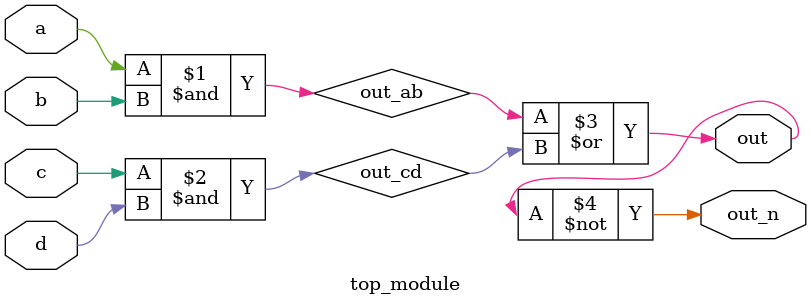
<source format=v>
`default_nettype none
module top_module(
    input a,
    input b,
    input c,
    input d,
    output out,
    output out_n   ); 
    
wire out_ab;
    assign out_ab=a&b;
    
wire out_cd;
    assign out_cd=c&d;
    
assign out=out_ab|out_cd;
assign out_n=~out;  
    
endmodule

// helpful short video for explanation :)
// https://www.youtube.com/watch?v=1rUEctIsPlg&list=PL0E9jhuDlj9qxAfV9hFKNQeHLWimarJJm&index=3

</source>
